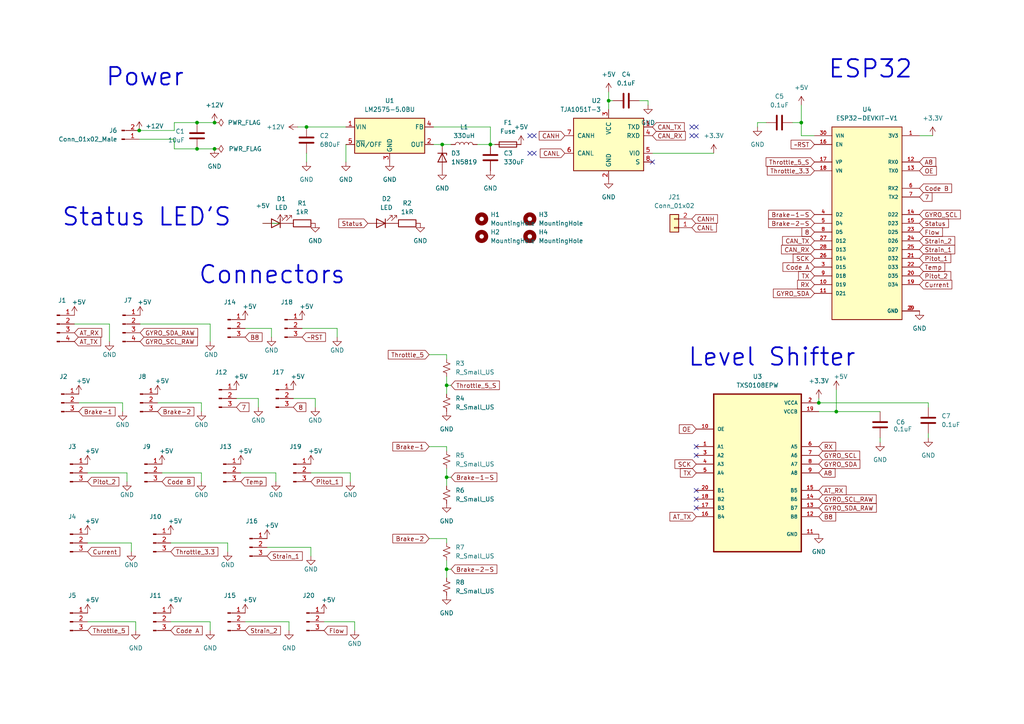
<source format=kicad_sch>
(kicad_sch (version 20231120) (generator "eeschema") (generator_version "8.0")
  (paper "A4")
  (lib_symbols
    (symbol "+3.3V_1" (power) (pin_numbers hide) (pin_names (offset 0) hide)
      (property "Value" "+3.3V" (at 0 3.556 0))
      (symbol "+3.3V_1_1_1"
        (pin power_in line (at 0 0 90) (length 0) (name "~") (number "1"))
      )
    )
    (symbol "Connector:Conn_01x02_Male" (pin_names (offset 1.016) hide)
      (property "Reference" "J" (at 0 2.54 0))
      (property "Value" "Conn_01x02_Male" (at 0 -5.08 0))
      (symbol "Conn_01x02_Male_1_1"
        (pin passive line (at 5.08 0 180) (length 3.81) (name "Pin_1") (number "1"))
        (pin passive line (at 5.08 -2.54 180) (length 3.81) (name "Pin_2") (number "2"))
      )
    )
    (symbol "Connector:Conn_01x03_Pin" (pin_names (offset 1.016) hide)
      (property "Reference" "J" (at 0 5.08 0))
      (property "Value" "Conn_01x03_Pin" (at 0 -5.08 0))
      (symbol "Conn_01x03_Pin_1_1"
        (pin passive line (at 5.08 2.54 180) (length 3.81) (name "Pin_1") (number "1"))
        (pin passive line (at 5.08 0 180) (length 3.81) (name "Pin_2") (number "2"))
        (pin passive line (at 5.08 -2.54 180) (length 3.81) (name "Pin_3") (number "3"))
      )
    )
    (symbol "Connector:Conn_01x04_Pin" (pin_names (offset 1.016) hide)
      (property "Reference" "J" (at 0 5.08 0))
      (property "Value" "Conn_01x04_Pin" (at 0 -7.62 0))
      (symbol "Conn_01x04_Pin_1_1"
        (pin passive line (at 5.08 2.54 180) (length 3.81) (name "Pin_1") (number "1"))
        (pin passive line (at 5.08 0 180) (length 3.81) (name "Pin_2") (number "2"))
        (pin passive line (at 5.08 -2.54 180) (length 3.81) (name "Pin_3") (number "3"))
        (pin passive line (at 5.08 -5.08 180) (length 3.81) (name "Pin_4") (number "4"))
      )
    )
    (symbol "Connector_Generic:Conn_01x02" (pin_names (offset 1.016) hide)
      (property "Reference" "J" (at 0 2.54 0))
      (property "Value" "Conn_01x02" (at 0 -5.08 0))
      (symbol "Conn_01x02_1_1"
        (pin passive line (at -5.08 0 0) (length 3.81) (name "Pin_1") (number "1"))
        (pin passive line (at -5.08 -2.54 0) (length 3.81) (name "Pin_2") (number "2"))
      )
    )
    (symbol "Device:C" (pin_numbers hide) (pin_names (offset 0.254))
      (property "Reference" "C" (at 0.635 2.54 0))
      (property "Value" "C" (at 0.635 -2.54 0))
      (symbol "C_1_1"
        (pin passive line (at 0 3.81 270) (length 2.794) (name "~") (number "1"))
        (pin passive line (at 0 -3.81 90) (length 2.794) (name "~") (number "2"))
      )
    )
    (symbol "Device:D_Zener" (pin_numbers hide) (pin_names (offset 1.016) hide)
      (property "Reference" "D" (at 0 2.54 0))
      (property "Value" "D_Zener" (at 0 -2.54 0))
      (symbol "D_Zener_1_1"
        (pin passive line (at -3.81 0 0) (length 2.54) (name "K") (number "1"))
        (pin passive line (at 3.81 0 180) (length 2.54) (name "A") (number "2"))
      )
    )
    (symbol "Device:Fuse" (pin_numbers hide) (pin_names (offset 0))
      (property "Reference" "F" (at 2.032 0 90))
      (property "Value" "Fuse" (at -1.905 0 90))
      (symbol "Fuse_1_1"
        (pin passive line (at 0 3.81 270) (length 1.27) (name "~") (number "1"))
        (pin passive line (at 0 -3.81 90) (length 1.27) (name "~") (number "2"))
      )
    )
    (symbol "Device:L" (pin_numbers hide) (pin_names (offset 1.016) hide)
      (property "Reference" "L" (at -1.27 0 90))
      (property "Value" "L" (at 1.905 0 90))
      (symbol "L_1_1"
        (pin passive line (at 0 3.81 270) (length 1.27) (name "1") (number "1"))
        (pin passive line (at 0 -3.81 90) (length 1.27) (name "2") (number "2"))
      )
    )
    (symbol "Device:LED" (pin_numbers hide) (pin_names (offset 1.016) hide)
      (property "Reference" "D" (at 0 2.54 0))
      (property "Value" "LED" (at 0 -2.54 0))
      (symbol "LED_1_1"
        (pin passive line (at -3.81 0 0) (length 2.54) (name "K") (number "1"))
        (pin passive line (at 3.81 0 180) (length 2.54) (name "A") (number "2"))
      )
    )
    (symbol "Device:R" (pin_numbers hide) (pin_names (offset 0))
      (property "Reference" "R" (at 2.032 0 90))
      (property "Value" "R" (at 0 0 90))
      (symbol "R_1_1"
        (pin passive line (at 0 3.81 270) (length 1.27) (name "~") (number "1"))
        (pin passive line (at 0 -3.81 90) (length 1.27) (name "~") (number "2"))
      )
    )
    (symbol "Device:R_Small_US" (pin_numbers hide) (pin_names (offset 0.254) hide)
      (property "Reference" "R" (at 0.762 0.508 0))
      (property "Value" "R_Small_US" (at 0.762 -1.016 0))
      (symbol "R_Small_US_1_1"
        (pin passive line (at 0 2.54 270) (length 1.016) (name "~") (number "1"))
        (pin passive line (at 0 -2.54 90) (length 1.016) (name "~") (number "2"))
      )
    )
    (symbol "ESP32-DEVKIT-V1:ESP32-DEVKIT-V1" (pin_names (offset 1.016))
      (property "Reference" "U" (at -10.16 30.48 0))
      (property "Value" "ESP32-DEVKIT-V1" (at -10.16 -30.48 0))
      (symbol "ESP32-DEVKIT-V1_0_0"
        (pin output line (at 15.24 25.4 180) (length 5.08) (name "3V3") (number "1"))
        (pin bidirectional line (at -15.24 -17.78 0) (length 5.08) (name "D19") (number "10"))
        (pin bidirectional line (at -15.24 -20.32 0) (length 5.08) (name "D21") (number "11"))
        (pin input line (at 15.24 17.78 180) (length 5.08) (name "RX0") (number "12"))
        (pin output line (at 15.24 15.24 180) (length 5.08) (name "TX0") (number "13"))
        (pin bidirectional line (at 15.24 2.54 180) (length 5.08) (name "D22") (number "14"))
        (pin bidirectional line (at 15.24 0 180) (length 5.08) (name "D23") (number "15"))
        (pin input line (at -15.24 22.86 0) (length 5.08) (name "EN") (number "16"))
        (pin bidirectional line (at -15.24 17.78 0) (length 5.08) (name "VP") (number "17"))
        (pin bidirectional line (at -15.24 15.24 0) (length 5.08) (name "VN") (number "18"))
        (pin bidirectional line (at 15.24 -17.78 180) (length 5.08) (name "D34") (number "19"))
        (pin power_in line (at 15.24 -25.4 180) (length 5.08) (name "GND") (number "2"))
        (pin bidirectional line (at 15.24 -15.24 180) (length 5.08) (name "D35") (number "20"))
        (pin bidirectional line (at 15.24 -10.16 180) (length 5.08) (name "D32") (number "21"))
        (pin bidirectional line (at 15.24 -12.7 180) (length 5.08) (name "D33") (number "22"))
        (pin bidirectional line (at 15.24 -2.54 180) (length 5.08) (name "D25") (number "23"))
        (pin bidirectional line (at 15.24 -5.08 180) (length 5.08) (name "D26") (number "24"))
        (pin bidirectional line (at 15.24 -7.62 180) (length 5.08) (name "D27") (number "25"))
        (pin bidirectional line (at -15.24 -10.16 0) (length 5.08) (name "D14") (number "26"))
        (pin bidirectional line (at -15.24 -5.08 0) (length 5.08) (name "D12") (number "27"))
        (pin bidirectional line (at -15.24 -7.62 0) (length 5.08) (name "D13") (number "28"))
        (pin power_in line (at 15.24 -25.4 180) (length 5.08) (name "GND") (number "29"))
        (pin bidirectional line (at -15.24 -12.7 0) (length 5.08) (name "D15") (number "3"))
        (pin input line (at -15.24 25.4 0) (length 5.08) (name "VIN") (number "30"))
        (pin bidirectional line (at -15.24 2.54 0) (length 5.08) (name "D2") (number "4"))
        (pin bidirectional line (at -15.24 0 0) (length 5.08) (name "D4") (number "5"))
        (pin input line (at 15.24 10.16 180) (length 5.08) (name "RX2") (number "6"))
        (pin output line (at 15.24 7.62 180) (length 5.08) (name "TX2") (number "7"))
        (pin bidirectional line (at -15.24 -2.54 0) (length 5.08) (name "D5") (number "8"))
        (pin bidirectional line (at -15.24 -15.24 0) (length 5.08) (name "D18") (number "9"))
      )
    )
    (symbol "Interface_CAN_LIN:TJA1051T-3" (pin_names (offset 1.016))
      (property "Reference" "U" (at -10.16 8.89 0))
      (property "Value" "TJA1051T-3" (at 1.27 8.89 0))
      (symbol "TJA1051T-3_1_1"
        (pin input line (at -12.7 5.08 0) (length 2.54) (name "TXD") (number "1"))
        (pin power_in line (at 0 -10.16 90) (length 2.54) (name "GND") (number "2"))
        (pin power_in line (at 0 10.16 270) (length 2.54) (name "VCC") (number "3"))
        (pin output line (at -12.7 2.54 0) (length 2.54) (name "RXD") (number "4"))
        (pin power_in line (at -12.7 -2.54 0) (length 2.54) (name "VIO") (number "5"))
        (pin bidirectional line (at 12.7 -2.54 180) (length 2.54) (name "CANL") (number "6"))
        (pin bidirectional line (at 12.7 2.54 180) (length 2.54) (name "CANH") (number "7"))
        (pin input line (at -12.7 -5.08 0) (length 2.54) (name "S") (number "8"))
      )
    )
    (symbol "Mechanical:MountingHole" (pin_names (offset 1.016)) (exclude_from_sim yes) (in_bom no)
      (property "Reference" "H" (at 0 5.08 0))
      (property "Value" "MountingHole" (at 0 3.175 0))
    )
    (symbol "Regulator_Switching:LM2575-5.0BU" (pin_names (offset 0.254))
      (property "Reference" "U" (at -10.16 6.35 0))
      (property "Value" "LM2575-5.0BU" (at 0 6.35 0))
      (symbol "LM2575-5.0BU_1_1"
        (pin power_in line (at -12.7 2.54 0) (length 2.54) (name "VIN") (number "1"))
        (pin output line (at 12.7 -2.54 180) (length 2.54) (name "OUT") (number "2"))
        (pin power_in line (at 0 -7.62 90) (length 2.54) (name "GND") (number "3"))
        (pin input line (at 12.7 2.54 180) (length 2.54) (name "FB") (number "4"))
        (pin input line (at -12.7 -2.54 0) (length 2.54) (name "~{ON}/OFF") (number "5"))
      )
    )
    (symbol "TXS0108EPW:TXS0108EPW" (pin_names (offset 1.016))
      (property "Reference" "U" (at -12.7 23.86 0))
      (property "Value" "TXS0108EPW" (at -12.7 -26.86 0))
      (symbol "TXS0108EPW_0_0"
        (pin bidirectional line (at -17.78 7.62 0) (length 5.08) (name "A1") (number "1"))
        (pin input line (at -17.78 12.7 0) (length 5.08) (name "OE") (number "10"))
        (pin power_in line (at 17.78 -17.78 180) (length 5.08) (name "GND") (number "11"))
        (pin bidirectional line (at 17.78 -12.7 180) (length 5.08) (name "B8") (number "12"))
        (pin bidirectional line (at 17.78 -10.16 180) (length 5.08) (name "B7") (number "13"))
        (pin bidirectional line (at 17.78 -7.62 180) (length 5.08) (name "B6") (number "14"))
        (pin bidirectional line (at 17.78 -5.08 180) (length 5.08) (name "B5") (number "15"))
        (pin bidirectional line (at -17.78 -12.7 0) (length 5.08) (name "B4") (number "16"))
        (pin bidirectional line (at -17.78 -10.16 0) (length 5.08) (name "B3") (number "17"))
        (pin bidirectional line (at -17.78 -7.62 0) (length 5.08) (name "B2") (number "18"))
        (pin power_in line (at 17.78 17.78 180) (length 5.08) (name "VCCB") (number "19"))
        (pin power_in line (at 17.78 20.32 180) (length 5.08) (name "VCCA") (number "2"))
        (pin bidirectional line (at -17.78 -5.08 0) (length 5.08) (name "B1") (number "20"))
        (pin bidirectional line (at -17.78 5.08 0) (length 5.08) (name "A2") (number "3"))
        (pin bidirectional line (at -17.78 2.54 0) (length 5.08) (name "A3") (number "4"))
        (pin bidirectional line (at -17.78 0 0) (length 5.08) (name "A4") (number "5"))
        (pin bidirectional line (at 17.78 7.62 180) (length 5.08) (name "A5") (number "6"))
        (pin bidirectional line (at 17.78 5.08 180) (length 5.08) (name "A6") (number "7"))
        (pin bidirectional line (at 17.78 2.54 180) (length 5.08) (name "A7") (number "8"))
        (pin bidirectional line (at 17.78 0 180) (length 5.08) (name "A8") (number "9"))
      )
    )
    (symbol "power:+3.3V" (power) (pin_names (offset 0))
      (property "Value" "+3.3V" (at 0 3.556 0))
      (symbol "+3.3V_1_1"
        (pin power_in line (at 0 0 90) (length 0) hide (name "+3.3V") (number "1"))
      )
    )
    (symbol "power:+5V" (power) (pin_names (offset 0))
      (property "Value" "+5V" (at 0 3.556 0))
      (symbol "+5V_1_1"
        (pin power_in line (at 0 0 90) (length 0) hide (name "+5V") (number "1"))
      )
    )
    (symbol "power:GND" (power) (pin_names (offset 0))
      (property "Value" "GND" (at 0 -3.81 0))
      (symbol "GND_1_1"
        (pin power_in line (at 0 0 270) (length 0) hide (name "GND") (number "1"))
      )
    )
    (symbol "power:PWR_FLAG" (power) (pin_numbers hide) (pin_names (offset 0) hide)
      (property "Value" "PWR_FLAG" (at 0 3.81 0))
      (symbol "PWR_FLAG_0_0"
        (pin power_out line (at 0 0 90) (length 0) (name "pwr") (number "1"))
      )
    )
  )
  (junction (at 128.27 41.91))
  (junction (at 88.9 36.83))
  (junction (at 62.23 43.18))
  (junction (at 57.15 43.18))
  (junction (at 242.57 119.38))
  (junction (at 232.41 35.56))
  (junction (at 57.15 35.56))
  (junction (at 62.23 35.56))
  (junction (at 40.386 37.846))
  (junction (at 129.54 165.1))
  (junction (at 129.54 138.43))
  (junction (at 176.53 29.21))
  (junction (at 237.49 116.84))
  (junction (at 129.54 111.76))
  (junction (at 142.24 41.91))
  (no_connect (at 201.93 144.78))
  (no_connect (at 200.66 39.37))
  (no_connect (at 201.93 129.54))
  (no_connect (at 200.66 36.83))
  (no_connect (at 153.67 39.37))
  (no_connect (at 153.67 44.45))
  (no_connect (at 154.94 39.37))
  (no_connect (at 201.93 147.32))
  (no_connect (at 189.23 46.99))
  (no_connect (at 201.93 39.37))
  (no_connect (at 201.93 132.08))
  (no_connect (at 201.93 142.24))
  (no_connect (at 154.94 44.45))
  (no_connect (at 201.93 36.83))
  (no_connect (at 313.69 46.99))
  (wire (pts (xy 50.546 40.386) (xy 40.386 40.386)))
  (wire (pts (xy 143.51 41.91) (xy 142.24 41.91)))
  (wire (pts (xy 237.49 119.38) (xy 242.57 119.38)))
  (wire (pts (xy 49.53 157.48) (xy 66.04 157.48)))
  (wire (pts (xy 39.37 180.34) (xy 39.37 182.88)))
  (wire (pts (xy 77.47 158.75) (xy 90.17 158.75)))
  (wire (pts (xy 35.56 116.84) (xy 35.56 119.38)))
  (wire (pts (xy 129.54 129.54) (xy 129.54 130.81)))
  (wire (pts (xy 22.86 116.84) (xy 35.56 116.84)))
  (wire (pts (xy 176.53 26.67) (xy 176.53 29.21)))
  (wire (pts (xy 129.54 111.76) (xy 130.81 111.76)))
  (wire (pts (xy 46.99 137.16) (xy 58.42 137.16)))
  (wire (pts (xy 21.59 93.98) (xy 31.75 93.98)))
  (wire (pts (xy 50.546 37.846) (xy 50.546 35.56)))
  (wire (pts (xy 93.98 180.34) (xy 102.87 180.34)))
  (wire (pts (xy 129.54 109.22) (xy 129.54 111.76)))
  (wire (pts (xy 83.82 180.34) (xy 83.82 182.88)))
  (wire (pts (xy 266.7 39.37) (xy 270.51 39.37)))
  (wire (pts (xy 86.36 36.83) (xy 88.9 36.83)))
  (wire (pts (xy 242.57 119.38) (xy 255.27 119.38)))
  (wire (pts (xy 85.09 115.57) (xy 91.44 115.57)))
  (wire (pts (xy 189.23 44.45) (xy 207.01 44.45)))
  (wire (pts (xy 50.546 35.56) (xy 57.15 35.56)))
  (wire (pts (xy 88.9 36.83) (xy 100.33 36.83)))
  (wire (pts (xy 80.01 137.16) (xy 80.01 139.7)))
  (wire (pts (xy 62.23 35.56) (xy 57.15 35.56)))
  (wire (pts (xy 101.6 137.16) (xy 101.6 139.7)))
  (wire (pts (xy 237.49 115.57) (xy 237.49 116.84)))
  (wire (pts (xy 49.53 180.34) (xy 60.96 180.34)))
  (wire (pts (xy 129.54 111.76) (xy 129.54 114.3)))
  (wire (pts (xy 60.96 180.34) (xy 60.96 182.88)))
  (wire (pts (xy 142.24 36.83) (xy 142.24 41.91)))
  (wire (pts (xy 185.42 29.21) (xy 187.96 29.21)))
  (wire (pts (xy 269.24 116.84) (xy 269.24 118.11)))
  (wire (pts (xy 60.96 93.98) (xy 60.96 99.06)))
  (wire (pts (xy 25.4 157.48) (xy 38.1 157.48)))
  (wire (pts (xy 71.12 95.25) (xy 78.74 95.25)))
  (wire (pts (xy 58.42 116.84) (xy 45.72 116.84)))
  (wire (pts (xy 255.27 127) (xy 255.27 128.27)))
  (wire (pts (xy 129.54 165.1) (xy 129.54 167.64)))
  (wire (pts (xy 232.41 35.56) (xy 232.41 39.37)))
  (wire (pts (xy 78.74 95.25) (xy 78.74 97.79)))
  (wire (pts (xy 176.53 29.21) (xy 177.8 29.21)))
  (wire (pts (xy 129.54 165.1) (xy 130.81 165.1)))
  (wire (pts (xy 124.46 156.21) (xy 129.54 156.21)))
  (wire (pts (xy 62.23 43.18) (xy 57.15 43.18)))
  (wire (pts (xy 25.4 137.16) (xy 36.83 137.16)))
  (wire (pts (xy 71.12 180.34) (xy 83.82 180.34)))
  (wire (pts (xy 58.42 119.38) (xy 58.42 116.84)))
  (wire (pts (xy 129.54 135.89) (xy 129.54 138.43)))
  (wire (pts (xy 129.54 138.43) (xy 130.81 138.43)))
  (wire (pts (xy 129.54 156.21) (xy 129.54 157.48)))
  (wire (pts (xy 129.54 162.56) (xy 129.54 165.1)))
  (wire (pts (xy 125.73 36.83) (xy 142.24 36.83)))
  (wire (pts (xy 232.41 39.37) (xy 236.22 39.37)))
  (wire (pts (xy 100.33 46.99) (xy 100.33 41.91)))
  (wire (pts (xy 128.27 41.91) (xy 125.73 41.91)))
  (wire (pts (xy 130.81 41.91) (xy 128.27 41.91)))
  (wire (pts (xy 66.04 157.48) (xy 66.04 160.02)))
  (wire (pts (xy 269.24 125.73) (xy 269.24 127)))
  (wire (pts (xy 58.42 137.16) (xy 58.42 139.7)))
  (wire (pts (xy 38.1 160.02) (xy 38.1 157.48)))
  (wire (pts (xy 142.24 41.91) (xy 138.43 41.91)))
  (wire (pts (xy 40.64 93.98) (xy 60.96 93.98)))
  (wire (pts (xy 74.93 115.57) (xy 74.93 118.11)))
  (wire (pts (xy 68.58 115.57) (xy 74.93 115.57)))
  (wire (pts (xy 90.17 158.75) (xy 90.17 161.29)))
  (wire (pts (xy 50.546 37.846) (xy 40.386 37.846)))
  (wire (pts (xy 129.54 138.43) (xy 129.54 140.97)))
  (wire (pts (xy 237.49 116.84) (xy 269.24 116.84)))
  (wire (pts (xy 232.41 30.48) (xy 232.41 35.56)))
  (wire (pts (xy 97.79 97.79) (xy 97.79 95.25)))
  (wire (pts (xy 222.25 35.56) (xy 219.71 35.56)))
  (wire (pts (xy 91.44 115.57) (xy 91.44 118.11)))
  (wire (pts (xy 187.96 29.21) (xy 187.96 30.48)))
  (wire (pts (xy 76.2 64.77) (xy 81.28 64.77)))
  (wire (pts (xy 57.15 43.18) (xy 50.546 43.18)))
  (wire (pts (xy 31.75 93.98) (xy 31.75 99.06)))
  (wire (pts (xy 242.57 113.03) (xy 242.57 119.38)))
  (wire (pts (xy 90.17 137.16) (xy 101.6 137.16)))
  (wire (pts (xy 88.9 46.99) (xy 88.9 44.45)))
  (wire (pts (xy 69.85 137.16) (xy 80.01 137.16)))
  (wire (pts (xy 129.54 102.87) (xy 129.54 104.14)))
  (wire (pts (xy 219.71 35.56) (xy 219.71 36.83)))
  (wire (pts (xy 87.63 95.25) (xy 97.79 95.25)))
  (wire (pts (xy 229.87 35.56) (xy 232.41 35.56)))
  (wire (pts (xy 124.46 102.87) (xy 129.54 102.87)))
  (wire (pts (xy 25.4 180.34) (xy 39.37 180.34)))
  (wire (pts (xy 176.53 29.21) (xy 176.53 31.75)))
  (wire (pts (xy 36.83 137.16) (xy 36.83 139.7)))
  (wire (pts (xy 102.87 180.34) (xy 102.87 182.88)))
  (wire (pts (xy 50.546 40.386) (xy 50.546 43.18)))
  (wire (pts (xy 124.46 129.54) (xy 129.54 129.54)))
  (text "Status LED'S" (at 17.78 66.04 0) (effects (font (size 5.08 5.08) (thickness 0.508) (bold yes)) (justify left bottom)))
  (text "Power\n" (at 30.48 25.4 0) (effects (font (size 5.08 5.08) (thickness 0.508) (bold yes)) (justify left bottom)))
  (text "Connectors\n" (at 57.404 82.804 0) (effects (font (size 5.08 5.08) (thickness 0.508) (bold yes)) (justify left bottom)))
  (text "ESP32" (at 240.03 23.114 0) (effects (font (size 5.08 5.08) (thickness 0.508) (bold yes)) (justify left bottom)))
  (text "Level Shifter" (at 199.39 106.68 0) (effects (font (size 5.08 5.08) (thickness 0.508) (bold yes)) (justify left bottom)))
  (global_label "Temp" (shape input) (at 266.7 77.47 0) (property "Intersheetrefs" "${INTERSHEET_REFS}" (effects (hide yes))))
  (global_label "Temp" (shape input) (at 69.85 139.7 0) (property "Intersheetrefs" "${INTERSHEET_REFS}" (effects (hide yes))))
  (global_label "Brake-1-S" (shape input) (at 236.22 62.23 180) (property "Intersheetrefs" "${INTERSHEET_REFS}" (effects (hide yes))))
  (global_label "Pitot_2" (shape input) (at 266.7 80.01 0) (property "Intersheetrefs" "${INTERSHEET_REFS}" (effects (hide yes))))
  (global_label "OE" (shape input) (at 201.93 124.46 180) (property "Intersheetrefs" "${INTERSHEET_REFS}" (effects (hide yes))))
  (global_label "AT_RX" (shape input) (at 21.59 96.52 0) (property "Intersheetrefs" "${INTERSHEET_REFS}" (effects (hide yes))))
  (global_label "8" (shape input) (at 85.09 118.11 0) (property "Intersheetrefs" "${INTERSHEET_REFS}" (effects (hide yes))))
  (global_label "Brake-2-S" (shape input) (at 236.22 64.77 180) (property "Intersheetrefs" "${INTERSHEET_REFS}" (effects (hide yes))))
  (global_label "GYRO_SCL" (shape input) (at 266.7 62.23 0) (property "Intersheetrefs" "${INTERSHEET_REFS}" (effects (hide yes))))
  (global_label "Brake-1" (shape input) (at 22.86 119.38 0) (property "Intersheetrefs" "${INTERSHEET_REFS}" (effects (hide yes))))
  (global_label "Flow" (shape input) (at 93.98 182.88 0) (property "Intersheetrefs" "${INTERSHEET_REFS}" (effects (hide yes))))
  (global_label "SCK" (shape input) (at 201.93 134.62 180) (property "Intersheetrefs" "${INTERSHEET_REFS}" (effects (hide yes))))
  (global_label "B8" (shape input) (at 71.12 97.79 0) (property "Intersheetrefs" "${INTERSHEET_REFS}" (effects (hide yes))))
  (global_label "RX" (shape input) (at 237.49 129.54 0) (property "Intersheetrefs" "${INTERSHEET_REFS}" (effects (hide yes))))
  (global_label "AT_TX" (shape input) (at 21.59 99.06 0) (property "Intersheetrefs" "${INTERSHEET_REFS}" (effects (hide yes))))
  (global_label "CANH" (shape input) (at 200.66 63.5 0) (property "Intersheetrefs" "${INTERSHEET_REFS}" (effects (hide yes))))
  (global_label "CANL" (shape input) (at 163.83 44.45 180) (property "Intersheetrefs" "${INTERSHEET_REFS}" (effects (hide yes))))
  (global_label "Current" (shape input) (at 25.4 160.02 0) (property "Intersheetrefs" "${INTERSHEET_REFS}" (effects (hide yes))))
  (global_label "~RST" (shape input) (at 236.22 41.91 180) (property "Intersheetrefs" "${INTERSHEET_REFS}" (effects (hide yes))))
  (global_label "Code B" (shape input) (at 266.7 54.61 0) (property "Intersheetrefs" "${INTERSHEET_REFS}" (effects (hide yes))))
  (global_label "Throttle_5_S" (shape input) (at 130.81 111.76 0) (property "Intersheetrefs" "${INTERSHEET_REFS}" (effects (hide yes))))
  (global_label "AT_TX" (shape input) (at 201.93 149.86 180) (property "Intersheetrefs" "${INTERSHEET_REFS}" (effects (hide yes))))
  (global_label "Flow" (shape input) (at 266.7 67.31 0) (property "Intersheetrefs" "${INTERSHEET_REFS}" (effects (hide yes))))
  (global_label "B8" (shape input) (at 237.49 149.86 0) (property "Intersheetrefs" "${INTERSHEET_REFS}" (effects (hide yes))))
  (global_label "~RST" (shape input) (at 87.63 97.79 0) (property "Intersheetrefs" "${INTERSHEET_REFS}" (effects (hide yes))))
  (global_label "GYRO_SDA_RAW" (shape input) (at 237.49 147.32 0) (property "Intersheetrefs" "${INTERSHEET_REFS}" (effects (hide yes))))
  (global_label "Current" (shape input) (at 266.7 82.55 0) (property "Intersheetrefs" "${INTERSHEET_REFS}" (effects (hide yes))))
  (global_label "8" (shape input) (at 236.22 67.31 180) (property "Intersheetrefs" "${INTERSHEET_REFS}" (effects (hide yes))))
  (global_label "OE" (shape input) (at 266.7 49.53 0) (property "Intersheetrefs" "${INTERSHEET_REFS}" (effects (hide yes))))
  (global_label "TX" (shape input) (at 236.22 80.01 180) (property "Intersheetrefs" "${INTERSHEET_REFS}" (effects (hide yes))))
  (global_label "GYRO_SDA" (shape input) (at 236.22 85.09 180) (property "Intersheetrefs" "${INTERSHEET_REFS}" (effects (hide yes))))
  (global_label "CANH" (shape input) (at 163.83 39.37 180) (property "Intersheetrefs" "${INTERSHEET_REFS}" (effects (hide yes))))
  (global_label "CAN_RX" (shape input) (at 189.23 39.37 0) (property "Intersheetrefs" "${INTERSHEET_REFS}" (effects (hide yes))))
  (global_label "Brake-2-S" (shape input) (at 130.81 165.1 0) (property "Intersheetrefs" "${INTERSHEET_REFS}" (effects (hide yes))))
  (global_label "GYRO_SCL" (shape input) (at 237.49 132.08 0) (property "Intersheetrefs" "${INTERSHEET_REFS}" (effects (hide yes))))
  (global_label "Strain_2" (shape input) (at 71.12 182.88 0) (property "Intersheetrefs" "${INTERSHEET_REFS}" (effects (hide yes))))
  (global_label "Throttle_3.3" (shape input) (at 49.53 160.02 0) (property "Intersheetrefs" "${INTERSHEET_REFS}" (effects (hide yes))))
  (global_label "Pitot_2" (shape input) (at 25.4 139.7 0) (property "Intersheetrefs" "${INTERSHEET_REFS}" (effects (hide yes))))
  (global_label "SCK" (shape input) (at 236.22 74.93 180) (property "Intersheetrefs" "${INTERSHEET_REFS}" (effects (hide yes))))
  (global_label "CAN_TX" (shape input) (at 189.23 36.83 0) (property "Intersheetrefs" "${INTERSHEET_REFS}" (effects (hide yes))))
  (global_label "Pitot_1" (shape input) (at 266.7 74.93 0) (property "Intersheetrefs" "${INTERSHEET_REFS}" (effects (hide yes))))
  (global_label "Code A" (shape input) (at 49.53 182.88 0) (property "Intersheetrefs" "${INTERSHEET_REFS}" (effects (hide yes))))
  (global_label "Throttle_5" (shape input) (at 124.46 102.87 180) (property "Intersheetrefs" "${INTERSHEET_REFS}" (effects (hide yes))))
  (global_label "Brake-1-S" (shape input) (at 130.81 138.43 0) (property "Intersheetrefs" "${INTERSHEET_REFS}" (effects (hide yes))))
  (global_label "Code A" (shape input) (at 236.22 77.47 180) (property "Intersheetrefs" "${INTERSHEET_REFS}" (effects (hide yes))))
  (global_label "CAN_RX" (shape input) (at 236.22 72.39 180) (property "Intersheetrefs" "${INTERSHEET_REFS}" (effects (hide yes))))
  (global_label "7" (shape input) (at 266.7 57.15 0) (property "Intersheetrefs" "${INTERSHEET_REFS}" (effects (hide yes))))
  (global_label "Throttle_5" (shape input) (at 25.4 182.88 0) (property "Intersheetrefs" "${INTERSHEET_REFS}" (effects (hide yes))))
  (global_label "A8" (shape input) (at 237.49 137.16 0) (property "Intersheetrefs" "${INTERSHEET_REFS}" (effects (hide yes))))
  (global_label "CAN_TX" (shape input) (at 236.22 69.85 180) (property "Intersheetrefs" "${INTERSHEET_REFS}" (effects (hide yes))))
  (global_label "Brake-1" (shape input) (at 124.46 129.54 180) (property "Intersheetrefs" "${INTERSHEET_REFS}" (effects (hide yes))))
  (global_label "GYRO_SDA_RAW" (shape input) (at 40.64 96.52 0) (property "Intersheetrefs" "${INTERSHEET_REFS}" (effects (hide yes))))
  (global_label "AT_RX" (shape input) (at 237.49 142.24 0) (property "Intersheetrefs" "${INTERSHEET_REFS}" (effects (hide yes))))
  (global_label "Brake-2" (shape input) (at 45.72 119.38 0) (property "Intersheetrefs" "${INTERSHEET_REFS}" (effects (hide yes))))
  (global_label "RX" (shape input) (at 236.22 82.55 180) (property "Intersheetrefs" "${INTERSHEET_REFS}" (effects (hide yes))))
  (global_label "GYRO_SCL_RAW" (shape input) (at 237.49 144.78 0) (property "Intersheetrefs" "${INTERSHEET_REFS}" (effects (hide yes))))
  (global_label "Throttle_3.3" (shape input) (at 236.22 49.53 180) (property "Intersheetrefs" "${INTERSHEET_REFS}" (effects (hide yes))))
  (global_label "CANL" (shape input) (at 200.66 66.04 0) (property "Intersheetrefs" "${INTERSHEET_REFS}" (effects (hide yes))))
  (global_label "Pitot_1" (shape input) (at 90.17 139.7 0) (property "Intersheetrefs" "${INTERSHEET_REFS}" (effects (hide yes))))
  (global_label "Strain_1" (shape input) (at 266.7 72.39 0) (property "Intersheetrefs" "${INTERSHEET_REFS}" (effects (hide yes))))
  (global_label "GYRO_SDA" (shape input) (at 237.49 134.62 0) (property "Intersheetrefs" "${INTERSHEET_REFS}" (effects (hide yes))))
  (global_label "Brake-2" (shape input) (at 124.46 156.21 180) (property "Intersheetrefs" "${INTERSHEET_REFS}" (effects (hide yes))))
  (global_label "Code B" (shape input) (at 46.99 139.7 0) (property "Intersheetrefs" "${INTERSHEET_REFS}" (effects (hide yes))))
  (global_label "Strain_2" (shape input) (at 266.7 69.85 0) (property "Intersheetrefs" "${INTERSHEET_REFS}" (effects (hide yes))))
  (global_label "TX" (shape input) (at 201.93 137.16 180) (property "Intersheetrefs" "${INTERSHEET_REFS}" (effects (hide yes))))
  (global_label "Strain_1" (shape input) (at 77.47 161.29 0) (property "Intersheetrefs" "${INTERSHEET_REFS}" (effects (hide yes))))
  (global_label "7" (shape input) (at 68.58 118.11 0) (property "Intersheetrefs" "${INTERSHEET_REFS}" (effects (hide yes))))
  (global_label "Status" (shape input) (at 266.7 64.77 0) (property "Intersheetrefs" "${INTERSHEET_REFS}" (effects (hide yes))))
  (global_label "Throttle_5_S" (shape input) (at 236.22 46.99 180) (property "Intersheetrefs" "${INTERSHEET_REFS}" (effects (hide yes))))
  (global_label "GYRO_SCL_RAW" (shape input) (at 40.64 99.06 0) (property "Intersheetrefs" "${INTERSHEET_REFS}" (effects (hide yes))))
  (global_label "A8" (shape input) (at 266.7 46.99 0) (property "Intersheetrefs" "${INTERSHEET_REFS}" (effects (hide yes))))
  (global_label "Status" (shape input) (at 106.68 64.77 180) (property "Intersheetrefs" "${INTERSHEET_REFS}" (effects (hide yes))))
  (symbol (lib_id "Mechanical:MountingHole") (at 139.7 63.5 0) (unit 1) (exclude_from_sim yes) (in_bom no)
    (property "Reference" "H1" (at 142.24 62.2299 0) (effects (justify left)))
    (property "Value" "MountingHole" (at 142.24 64.7699 0) (effects (justify left)))
    (property "Footprint" "MountingHole:MountingHole_3.2mm_M3" (effects (hide yes)))
    (property "Description" "Mounting Hole without connection" (effects (hide yes)))
  )
  (symbol (lib_id "power:+5V") (at 21.59 91.44 0) (unit 1)
    (property "Reference" "#PWR01" (effects (hide yes)))
    (property "Value" "+5V" (at 22.86 87.63 0))
  )
  (symbol (lib_id "power:GND") (at 100.33 46.99 0) (mirror y) (unit 1)
    (property "Reference" "#PWR044" (effects (hide yes)))
    (property "Value" "GND" (at 100.33 52.07 0))
  )
  (symbol (lib_id "power:GND") (at 142.24 49.53 0) (mirror y) (unit 1)
    (property "Reference" "#PWR053" (effects (hide yes)))
    (property "Value" "GND" (at 142.24 54.61 0))
  )
  (symbol (lib_id "ESP32-DEVKIT-V1:ESP32-DEVKIT-V1") (at 251.46 64.77 0) (unit 1)
    (property "Reference" "U4" (at 251.46 31.75 0))
    (property "Value" "ESP32-DEVKIT-V1" (at 251.46 34.29 0))
    (property "Footprint" "ESP32_DEVKIT_V1:MODULE_ESP32_DEVKIT_V1" (effects (hide yes)))
    (property "MANUFACTURER" "DOIT" (effects (hide yes)))
    (property "STANDARD" "Manufacturer Recommendations" (effects (hide yes)))
    (property "PARTREV" "N/A" (effects (hide yes)))
    (property "MAXIMUM_PACKAGE_HEIGHT" "6.8 mm" (effects (hide yes)))
  )
  (symbol (lib_id "power:GND") (at 80.01 139.7 0) (unit 1)
    (property "Reference" "#PWR031" (effects (hide yes)))
    (property "Value" "GND" (at 80.01 143.51 0))
  )
  (symbol (lib_id "Connector:Conn_01x03_Pin") (at 64.77 137.16 0) (unit 1)
    (property "Reference" "J13" (at 65.405 129.54 0))
    (property "Value" "Conn_01x03_Pin" (effects (hide yes)))
    (property "Footprint" "Connector_JST:JST_XH_B3B-XH-A_1x03_P2.50mm_Vertical" (effects (hide yes)))
    (property "Description" "Generic connector, single row, 01x03, script generated" (effects (hide yes)))
  )
  (symbol (lib_id "power:+5V") (at 40.386 37.846 0) (mirror y) (unit 1)
    (property "Reference" "#PWR011" (effects (hide yes)))
    (property "Value" "+12V" (at 42.164 36.5759 0) (effects (justify right)))
  )
  (symbol (lib_name "+3.3V_1") (lib_id "power:+3.3V") (at 270.51 39.37 0) (unit 1)
    (property "Reference" "#PWR069" (effects (hide yes)))
    (property "Value" "+3.3V" (at 270.51 34.29 0))
    (property "Description" "Power symbol creates a global label with name \"+3.3V\"" (effects (hide yes)))
  )
  (symbol (lib_id "power:+5V") (at 49.53 177.8 0) (unit 1)
    (property "Reference" "#PWR016" (effects (hide yes)))
    (property "Value" "+5V" (at 50.8 173.99 0))
  )
  (symbol (lib_id "power:+5V") (at 25.4 134.62 0) (unit 1)
    (property "Reference" "#PWR03" (effects (hide yes)))
    (property "Value" "+5V" (at 26.67 130.81 0))
  )
  (symbol (lib_id "power:GND") (at 101.6 139.7 0) (unit 1)
    (property "Reference" "#PWR045" (effects (hide yes)))
    (property "Value" "GND" (at 101.6 143.51 0))
  )
  (symbol (lib_id "power:GND") (at 129.54 172.72 0) (unit 1)
    (property "Reference" "#PWR052" (effects (hide yes)))
    (property "Value" "GND" (at 129.54 177.8 0))
  )
  (symbol (lib_id "power:+5V") (at 25.4 154.94 0) (unit 1)
    (property "Reference" "#PWR04" (effects (hide yes)))
    (property "Value" "+5V" (at 26.67 151.13 0))
  )
  (symbol (lib_id "Connector:Conn_01x03_Pin") (at 44.45 180.34 0) (unit 1)
    (property "Reference" "J11" (at 45.085 172.72 0))
    (property "Value" "Conn_01x03_Pin" (effects (hide yes)))
    (property "Footprint" "Connector_JST:JST_XH_B3B-XH-A_1x03_P2.50mm_Vertical" (effects (hide yes)))
    (property "Description" "Generic connector, single row, 01x03, script generated" (effects (hide yes)))
  )
  (symbol (lib_id "power:GND") (at 187.96 30.48 0) (unit 1)
    (property "Reference" "#PWR057" (effects (hide yes)))
    (property "Value" "GND" (at 187.96 35.56 0))
  )
  (symbol (lib_id "Regulator_Switching:LM2575-5.0BU") (at 113.03 39.37 0) (unit 1)
    (property "Reference" "U1" (at 113.03 29.21 0))
    (property "Value" "LM2575-5.0BU" (at 113.03 31.75 0))
    (property "Footprint" "Package_TO_SOT_SMD:TO-263-5_TabPin3" (effects (hide yes)))
    (property "Datasheet" "http://ww1.microchip.com/downloads/en/DeviceDoc/lm2575.pdf" (effects (hide yes)))
    (property "Description" "Fixed 5.0V 52kHz Simple 1A Buck Regulator, TO-263" (effects (hide yes)))
  )
  (symbol (lib_id "Device:C") (at 142.24 45.72 0) (unit 1)
    (property "Reference" "C3" (at 146.05 44.4499 0) (effects (justify left)))
    (property "Value" "330uF" (at 146.05 46.9899 0) (effects (justify left)))
    (property "Footprint" "RMC_Capacitor:CP_Radial_D10.0mm_P5.00mm_F" (effects (hide yes)))
    (property "Description" "Unpolarized capacitor" (effects (hide yes)))
  )
  (symbol (lib_id "power:GND") (at 266.7 90.17 0) (unit 1)
    (property "Reference" "#PWR067" (effects (hide yes)))
    (property "Value" "GND" (at 266.7 95.25 0))
  )
  (symbol (lib_id "power:GND") (at 39.37 182.88 0) (unit 1)
    (property "Reference" "#PWR010" (effects (hide yes)))
    (property "Value" "GND" (at 39.37 187.96 0))
  )
  (symbol (lib_id "power:+5V") (at 45.72 114.3 0) (unit 1)
    (property "Reference" "#PWR013" (effects (hide yes)))
    (property "Value" "+5V" (at 46.99 110.49 0))
  )
  (symbol (lib_id "power:+5V") (at 242.57 113.03 0) (unit 1)
    (property "Reference" "#PWR065" (effects (hide yes)))
    (property "Value" "+5V" (at 243.84 109.22 0))
  )
  (symbol (lib_id "Connector:Conn_01x02_Male") (at 35.306 40.386 0) (mirror x) (unit 1)
    (property "Reference" "J6" (at 34.036 37.8459 0) (effects (justify right)))
    (property "Value" "Conn_01x02_Male" (at 34.036 40.3859 0) (effects (justify right)))
    (property "Footprint" "Connector_JST:JST_VH_B2P-VH_1x02_P3.96mm_Vertical" (effects (hide yes)))
  )
  (symbol (lib_id "power:GND") (at 78.74 97.79 0) (unit 1)
    (property "Reference" "#PWR030" (effects (hide yes)))
    (property "Value" "GND" (at 78.74 101.6 0))
  )
  (symbol (lib_id "power:GND") (at 58.42 139.7 0) (unit 1)
    (property "Reference" "#PWR018" (effects (hide yes)))
    (property "Value" "GND" (at 58.42 143.51 0))
  )
  (symbol (lib_id "power:GND") (at 91.44 64.77 0) (unit 1)
    (property "Reference" "#PWR040" (effects (hide yes)))
    (property "Value" "GND" (at 91.44 69.85 0))
  )
  (symbol (lib_id "power:GND") (at 66.04 160.02 0) (unit 1)
    (property "Reference" "#PWR023" (effects (hide yes)))
    (property "Value" "GND" (at 66.04 163.83 0))
  )
  (symbol (lib_id "Mechanical:MountingHole") (at 139.7 68.58 0) (unit 1) (exclude_from_sim yes) (in_bom no)
    (property "Reference" "H2" (at 142.24 67.3099 0) (effects (justify left)))
    (property "Value" "MountingHole" (at 142.24 69.8499 0) (effects (justify left)))
    (property "Footprint" "MountingHole:MountingHole_3.2mm_M3" (effects (hide yes)))
    (property "Description" "Mounting Hole without connection" (effects (hide yes)))
  )
  (symbol (lib_id "Connector:Conn_01x03_Pin") (at 20.32 157.48 0) (unit 1)
    (property "Reference" "J4" (at 20.955 149.86 0))
    (property "Value" "Conn_01x03_Pin" (effects (hide yes)))
    (property "Footprint" "Connector_JST:JST_XH_B3B-XH-A_1x03_P2.50mm_Vertical" (effects (hide yes)))
    (property "Description" "Generic connector, single row, 01x03, script generated" (effects (hide yes)))
  )
  (symbol (lib_id "Device:C") (at 269.24 121.92 180) (unit 1)
    (property "Reference" "C7" (at 273.05 120.6499 0) (effects (justify right)))
    (property "Value" "0.1uF" (at 273.05 123.1899 0) (effects (justify right)))
    (property "Footprint" "RMC_Capacitor:C_0805_2012Metric_Pad1.18x1.45mm_HandSolder_L" (effects (hide yes)))
    (property "Description" "Unpolarized capacitor" (effects (hide yes)))
  )
  (symbol (lib_id "power:+5V") (at 69.85 134.62 0) (unit 1)
    (property "Reference" "#PWR025" (effects (hide yes)))
    (property "Value" "+5V" (at 71.12 130.81 0))
  )
  (symbol (lib_id "power:+5V") (at 22.86 114.3 0) (unit 1)
    (property "Reference" "#PWR02" (effects (hide yes)))
    (property "Value" "+5V" (at 24.13 110.49 0))
  )
  (symbol (lib_id "power:GND") (at 128.27 49.53 0) (mirror y) (unit 1)
    (property "Reference" "#PWR049" (effects (hide yes)))
    (property "Value" "GND" (at 128.27 54.61 0))
  )
  (symbol (lib_id "Device:R_Small_US") (at 129.54 116.84 0) (unit 1)
    (property "Reference" "R4" (at 132.08 115.5699 0) (effects (justify left)))
    (property "Value" "R_Small_US" (at 132.08 118.1099 0) (effects (justify left)))
    (property "Footprint" "RMC_Resistor:R_0805_2012Metric_Pad1.20x1.40mm_HandSolder_L" (effects (hide yes)))
  )
  (symbol (lib_id "Device:R_Small_US") (at 129.54 133.35 0) (unit 1)
    (property "Reference" "R5" (at 132.08 132.0799 0) (effects (justify left)))
    (property "Value" "R_Small_US" (at 132.08 134.6199 0) (effects (justify left)))
    (property "Footprint" "RMC_Resistor:R_0805_2012Metric_Pad1.20x1.40mm_HandSolder_L" (effects (hide yes)))
  )
  (symbol (lib_id "Device:R_Small_US") (at 129.54 106.68 0) (unit 1)
    (property "Reference" "R3" (at 132.08 105.4099 0) (effects (justify left)))
    (property "Value" "R_Small_US" (at 132.08 107.9499 0) (effects (justify left)))
    (property "Footprint" "RMC_Resistor:R_0805_2012Metric_Pad1.20x1.40mm_HandSolder_L" (effects (hide yes)))
  )
  (symbol (lib_id "power:+5V") (at 40.64 91.44 0) (unit 1)
    (property "Reference" "#PWR012" (effects (hide yes)))
    (property "Value" "+5V" (at 41.91 87.63 0))
  )
  (symbol (lib_id "power:+5V") (at 62.23 35.56 0) (mirror y) (unit 1)
    (property "Reference" "#PWR021" (effects (hide yes)))
    (property "Value" "+12V" (at 62.23 30.48 0))
  )
  (symbol (lib_id "power:+5V") (at 68.58 113.03 0) (unit 1)
    (property "Reference" "#PWR024" (effects (hide yes)))
    (property "Value" "+5V" (at 69.85 109.22 0))
  )
  (symbol (lib_id "Connector_Generic:Conn_01x02") (at 195.58 66.04 180) (unit 1)
    (property "Reference" "J21" (at 195.58 57.15 0))
    (property "Value" "Conn_01x02" (at 195.58 59.69 0))
    (property "Footprint" "Connector_JST:JST_XH_B2B-XH-A_1x02_P2.50mm_Vertical" (effects (hide yes)))
    (property "Description" "Generic connector, single row, 01x02, script generated (kicad-library-utils/schlib/autogen/connector/)" (effects (hide yes)))
  )
  (symbol (lib_id "power:GND") (at 129.54 119.38 0) (unit 1)
    (property "Reference" "#PWR050" (effects (hide yes)))
    (property "Value" "GND" (at 129.54 124.46 0))
  )
  (symbol (lib_id "power:GND") (at 36.83 139.7 0) (unit 1)
    (property "Reference" "#PWR08" (effects (hide yes)))
    (property "Value" "GND" (at 36.83 143.51 0))
  )
  (symbol (lib_id "Connector:Conn_01x03_Pin") (at 72.39 158.75 0) (unit 1)
    (property "Reference" "J16" (at 73.025 151.13 0))
    (property "Value" "Conn_01x03_Pin" (effects (hide yes)))
    (property "Footprint" "Connector_JST:JST_XH_B3B-XH-A_1x03_P2.50mm_Vertical" (effects (hide yes)))
    (property "Description" "Generic connector, single row, 01x03, script generated" (effects (hide yes)))
  )
  (symbol (lib_id "power:+5V") (at 49.53 154.94 0) (unit 1)
    (property "Reference" "#PWR015" (effects (hide yes)))
    (property "Value" "+5V" (at 50.8 151.13 0))
  )
  (symbol (lib_id "Interface_CAN_LIN:TJA1051T-3") (at 176.53 41.91 0) (mirror y) (unit 1)
    (property "Reference" "U2" (at 174.3359 29.21 0) (effects (justify left)))
    (property "Value" "TJA1051T-3" (at 174.3359 31.75 0) (effects (justify left)))
    (property "Footprint" "Package_SO:SOIC-8_3.9x4.9mm_P1.27mm" (effects (hide yes)))
    (property "Datasheet" "http://www.nxp.com/docs/en/data-sheet/TJA1051.pdf" (effects (hide yes)))
    (property "Description" "High-Speed CAN Transceiver, separate VIO, silent mode, SOIC-8" (effects (hide yes)))
  )
  (symbol (lib_id "Device:R") (at 118.11 64.77 270) (unit 1)
    (property "Reference" "R2" (at 118.11 58.928 90))
    (property "Value" "1kR" (at 118.11 61.468 90))
    (property "Footprint" "RMC_Resistor:R_0805_2012Metric_Pad1.20x1.40mm_HandSolder_L" (effects (hide yes)))
  )
  (symbol (lib_id "power:GND") (at 129.54 146.05 0) (unit 1)
    (property "Reference" "#PWR051" (effects (hide yes)))
    (property "Value" "GND" (at 129.54 151.13 0))
  )
  (symbol (lib_id "Device:R_Small_US") (at 129.54 143.51 0) (unit 1)
    (property "Reference" "R6" (at 132.08 142.2399 0) (effects (justify left)))
    (property "Value" "R_Small_US" (at 132.08 144.7799 0) (effects (justify left)))
    (property "Footprint" "RMC_Resistor:R_0805_2012Metric_Pad1.20x1.40mm_HandSolder_L" (effects (hide yes)))
  )
  (symbol (lib_id "Connector:Conn_01x03_Pin") (at 40.64 116.84 0) (unit 1)
    (property "Reference" "J8" (at 41.275 109.22 0))
    (property "Value" "Conn_01x03_Pin" (effects (hide yes)))
    (property "Footprint" "Connector_JST:JST_XH_B3B-XH-A_1x03_P2.50mm_Vertical" (effects (hide yes)))
    (property "Description" "Generic connector, single row, 01x03, script generated" (effects (hide yes)))
  )
  (symbol (lib_id "Device:C") (at 181.61 29.21 90) (unit 1)
    (property "Reference" "C4" (at 181.61 21.59 90))
    (property "Value" "0.1uF" (at 181.61 24.13 90))
    (property "Footprint" "RMC_Capacitor:C_0805_2012Metric_Pad1.18x1.45mm_HandSolder_L" (effects (hide yes)))
    (property "Description" "Unpolarized capacitor" (effects (hide yes)))
  )
  (symbol (lib_id "Device:R_Small_US") (at 129.54 160.02 0) (unit 1)
    (property "Reference" "R7" (at 132.08 158.7499 0) (effects (justify left)))
    (property "Value" "R_Small_US" (at 132.08 161.2899 0) (effects (justify left)))
    (property "Footprint" "RMC_Resistor:R_0805_2012Metric_Pad1.20x1.40mm_HandSolder_L" (effects (hide yes)))
  )
  (symbol (lib_id "power:GND") (at 121.92 64.77 0) (unit 1)
    (property "Reference" "#PWR048" (effects (hide yes)))
    (property "Value" "GND" (at 121.92 69.85 0))
  )
  (symbol (lib_id "Device:D_Zener") (at 128.27 45.72 270) (unit 1)
    (property "Reference" "D3" (at 130.81 44.4499 90) (effects (justify left)))
    (property "Value" "1N5819" (at 130.81 46.9899 90) (effects (justify left)))
    (property "Footprint" "Diode_SMD:D_SMA_Handsoldering" (effects (hide yes)))
    (property "Description" "Zener diode" (effects (hide yes)))
  )
  (symbol (lib_id "power:PWR_FLAG") (at 62.23 43.18 270) (mirror x) (unit 1)
    (property "Reference" "#FLG02" (effects (hide yes)))
    (property "Value" "PWR_FLAG" (at 71.12 43.18 90))
  )
  (symbol (lib_id "Connector:Conn_01x03_Pin") (at 20.32 180.34 0) (unit 1)
    (property "Reference" "J5" (at 20.955 172.72 0))
    (property "Value" "Conn_01x03_Pin" (effects (hide yes)))
    (property "Footprint" "Connector_JST:JST_XH_B3B-XH-A_1x03_P2.50mm_Vertical" (effects (hide yes)))
    (property "Description" "Generic connector, single row, 01x03, script generated" (effects (hide yes)))
  )
  (symbol (lib_id "power:GND") (at 219.71 36.83 0) (mirror y) (unit 1)
    (property "Reference" "#PWR061" (effects (hide yes)))
    (property "Value" "GND" (at 219.71 41.91 0))
  )
  (symbol (lib_id "power:+5V") (at 46.99 134.62 0) (unit 1)
    (property "Reference" "#PWR014" (effects (hide yes)))
    (property "Value" "+5V" (at 48.26 130.81 0))
  )
  (symbol (lib_id "Mechanical:MountingHole") (at 153.67 68.58 0) (unit 1) (exclude_from_sim yes) (in_bom no)
    (property "Reference" "H4" (at 156.21 67.3099 0) (effects (justify left)))
    (property "Value" "MountingHole" (at 156.21 69.8499 0) (effects (justify left)))
    (property "Footprint" "MountingHole:MountingHole_3.2mm_M3" (effects (hide yes)))
    (property "Description" "Mounting Hole without connection" (effects (hide yes)))
  )
  (symbol (lib_id "power:GND") (at 83.82 182.88 0) (unit 1)
    (property "Reference" "#PWR033" (effects (hide yes)))
    (property "Value" "GND" (at 83.82 187.96 0))
  )
  (symbol (lib_id "power:+5V") (at 90.17 134.62 0) (unit 1)
    (property "Reference" "#PWR038" (effects (hide yes)))
    (property "Value" "+5V" (at 91.44 130.81 0))
  )
  (symbol (lib_id "Device:C") (at 57.15 39.37 0) (mirror y) (unit 1)
    (property "Reference" "C1" (at 53.594 38.0999 0) (effects (justify left)))
    (property "Value" "10uF" (at 53.594 40.6399 0) (effects (justify left)))
    (property "Footprint" "RMC_Capacitor:C_0805_2012Metric_Pad1.18x1.45mm_HandSolder_L" (effects (hide yes)))
  )
  (symbol (lib_id "power:+5V") (at 176.53 26.67 0) (unit 1)
    (property "Reference" "#PWR055" (effects (hide yes)))
    (property "Value" "+5V" (at 176.53 21.59 0))
  )
  (symbol (lib_id "power:GND") (at 31.75 99.06 0) (unit 1)
    (property "Reference" "#PWR06" (effects (hide yes)))
    (property "Value" "GND" (at 31.75 102.87 0))
  )
  (symbol (lib_id "Connector:Conn_01x03_Pin") (at 66.04 180.34 0) (unit 1)
    (property "Reference" "J15" (at 66.675 172.72 0))
    (property "Value" "Conn_01x03_Pin" (effects (hide yes)))
    (property "Footprint" "Connector_JST:JST_XH_B3B-XH-A_1x03_P2.50mm_Vertical" (effects (hide yes)))
    (property "Description" "Generic connector, single row, 01x03, script generated" (effects (hide yes)))
  )
  (symbol (lib_id "Connector:Conn_01x03_Pin") (at 66.04 95.25 0) (unit 1)
    (property "Reference" "J14" (at 66.675 87.63 0))
    (property "Value" "Conn_01x03_Pin" (effects (hide yes)))
    (property "Footprint" "Connector_JST:JST_XH_B3B-XH-A_1x03_P2.50mm_Vertical" (effects (hide yes)))
    (property "Description" "Generic connector, single row, 01x03, script generated" (effects (hide yes)))
  )
  (symbol (lib_id "Device:C") (at 255.27 123.19 180) (unit 1)
    (property "Reference" "C6" (at 259.842 122.428 0) (effects (justify right)))
    (property "Value" "0.1uF" (at 259.08 124.4599 0) (effects (justify right)))
    (property "Footprint" "RMC_Capacitor:C_0805_2012Metric_Pad1.18x1.45mm_HandSolder_L" (effects (hide yes)))
    (property "Description" "Unpolarized capacitor" (effects (hide yes)))
  )
  (symbol (lib_id "power:+5V") (at 232.41 30.48 0) (unit 1)
    (property "Reference" "#PWR062" (effects (hide yes)))
    (property "Value" "+5V" (at 232.41 25.4 0))
  )
  (symbol (lib_id "Device:L") (at 134.62 41.91 90) (unit 1)
    (property "Reference" "L1" (at 134.62 36.83 90))
    (property "Value" "330uH" (at 134.62 39.37 90))
    (property "Footprint" "RMC_Inductor:L_10.4x10.4_H4.8" (effects (hide yes)))
    (property "Description" "Inductor" (effects (hide yes)))
  )
  (symbol (lib_id "power:+5V") (at 71.12 92.71 0) (unit 1)
    (property "Reference" "#PWR026" (effects (hide yes)))
    (property "Value" "+5V" (at 72.39 88.9 0))
  )
  (symbol (lib_id "power:GND") (at 88.9 46.99 0) (mirror y) (unit 1)
    (property "Reference" "#PWR037" (effects (hide yes)))
    (property "Value" "GND" (at 88.9 52.07 0))
  )
  (symbol (lib_id "power:GND") (at 58.42 119.38 0) (unit 1)
    (property "Reference" "#PWR017" (effects (hide yes)))
    (property "Value" "GND" (at 58.42 123.19 0))
  )
  (symbol (lib_id "Connector:Conn_01x03_Pin") (at 80.01 115.57 0) (unit 1)
    (property "Reference" "J17" (at 80.645 107.95 0))
    (property "Value" "Conn_01x03_Pin" (effects (hide yes)))
    (property "Footprint" "Connector_JST:JST_XH_B3B-XH-A_1x03_P2.50mm_Vertical" (effects (hide yes)))
    (property "Description" "Generic connector, single row, 01x03, script generated" (effects (hide yes)))
  )
  (symbol (lib_id "Device:R") (at 87.63 64.77 270) (unit 1)
    (property "Reference" "R1" (at 87.63 58.928 90))
    (property "Value" "1kR" (at 87.63 61.468 90))
    (property "Footprint" "RMC_Resistor:R_0805_2012Metric_Pad1.20x1.40mm_HandSolder_L" (effects (hide yes)))
  )
  (symbol (lib_id "power:+5V") (at 81.28 64.77 0) (unit 1)
    (property "Reference" "#PWR032" (effects (hide yes)))
    (property "Value" "+5V" (at 76.2 59.69 0))
  )
  (symbol (lib_id "power:+5V") (at 87.63 92.71 0) (unit 1)
    (property "Reference" "#PWR036" (effects (hide yes)))
    (property "Value" "+5V" (at 88.9 88.9 0))
  )
  (symbol (lib_id "power:GND") (at 60.96 99.06 0) (unit 1)
    (property "Reference" "#PWR019" (effects (hide yes)))
    (property "Value" "GND" (at 61.214 102.87 0))
  )
  (symbol (lib_id "TXS0108EPW:TXS0108EPW") (at 219.71 137.16 0) (unit 1)
    (property "Reference" "U3" (at 219.71 109.22 0))
    (property "Value" "TXS0108EPW" (at 219.71 111.76 0))
    (property "Footprint" "Package_SO:TSSOP-20_4.4x6.5mm_P0.65mm" (effects (hide yes)))
  )
  (symbol (lib_id "Device:C") (at 88.9 40.64 0) (unit 1)
    (property "Reference" "C2" (at 92.71 39.3699 0) (effects (justify left)))
    (property "Value" "680uF" (at 92.71 41.9099 0) (effects (justify left)))
    (property "Footprint" "RMC_Capacitor:CP_Radial_D10.0mm_P5.00mm_F" (effects (hide yes)))
    (property "Description" "Unpolarized capacitor" (effects (hide yes)))
  )
  (symbol (lib_id "power:+5V") (at 151.13 41.91 0) (unit 1)
    (property "Reference" "#PWR054" (effects (hide yes)))
    (property "Value" "+5V" (at 151.13 36.83 0))
  )
  (symbol (lib_id "power:+3.3V") (at 237.49 115.57 0) (unit 1)
    (property "Reference" "#PWR063" (effects (hide yes)))
    (property "Value" "+3.3V" (at 237.49 110.49 0))
  )
  (symbol (lib_id "power:GND") (at 62.23 43.18 0) (mirror y) (unit 1)
    (property "Reference" "#PWR022" (effects (hide yes)))
    (property "Value" "GND" (at 62.23 48.26 0))
  )
  (symbol (lib_id "Device:LED") (at 110.49 64.77 180) (unit 1)
    (property "Reference" "D2" (at 112.0775 57.658 0))
    (property "Value" "LED" (at 112.0775 60.198 0))
    (property "Footprint" "RMC_LED:LED_0805_2012Metric_Pad1.45x1.40mm_HandSolder" (effects (hide yes)))
  )
  (symbol (lib_id "power:GND") (at 102.87 182.88 0) (unit 1)
    (property "Reference" "#PWR046" (effects (hide yes)))
    (property "Value" "GND" (at 102.87 186.69 0))
  )
  (symbol (lib_id "power:GND") (at 35.56 119.38 0) (unit 1)
    (property "Reference" "#PWR07" (effects (hide yes)))
    (property "Value" "GND" (at 35.56 123.19 0))
  )
  (symbol (lib_id "power:+5V") (at 25.4 177.8 0) (unit 1)
    (property "Reference" "#PWR05" (effects (hide yes)))
    (property "Value" "+5V" (at 26.67 173.99 0))
  )
  (symbol (lib_id "power:GND") (at 74.93 118.11 0) (unit 1)
    (property "Reference" "#PWR028" (effects (hide yes)))
    (property "Value" "GND" (at 74.93 121.92 0))
  )
  (symbol (lib_id "power:GND") (at 269.24 127 0) (unit 1)
    (property "Reference" "#PWR068" (effects (hide yes)))
    (property "Value" "GND" (at 269.24 132.08 0))
  )
  (symbol (lib_id "Device:C") (at 226.06 35.56 270) (mirror x) (unit 1)
    (property "Reference" "C5" (at 226.06 27.94 90))
    (property "Value" "0.1uF" (at 226.06 30.48 90))
    (property "Footprint" "RMC_Capacitor:C_0805_2012Metric_Pad1.18x1.45mm_HandSolder_L" (effects (hide yes)))
    (property "Description" "Unpolarized capacitor" (effects (hide yes)))
  )
  (symbol (lib_id "Device:LED") (at 80.01 64.77 180) (unit 1)
    (property "Reference" "D1" (at 81.5975 57.658 0))
    (property "Value" "LED" (at 81.5975 60.198 0))
    (property "Footprint" "RMC_LED:LED_0805_2012Metric_Pad1.45x1.40mm_HandSolder" (effects (hide yes)))
  )
  (symbol (lib_id "Connector:Conn_01x04_Pin") (at 16.51 93.98 0) (unit 1)
    (property "Reference" "J1" (at 18.034 87.122 0))
    (property "Value" "Conn_01x04_Pin" (effects (hide yes)))
    (property "Footprint" "Connector_JST:JST_XH_B4B-XH-A_1x04_P2.50mm_Vertical" (effects (hide yes)))
    (property "Description" "Generic connector, single row, 01x04, script generated" (effects (hide yes)))
  )
  (symbol (lib_id "Connector:Conn_01x03_Pin") (at 82.55 95.25 0) (unit 1)
    (property "Reference" "J18" (at 83.185 87.63 0))
    (property "Value" "Conn_01x03_Pin" (effects (hide yes)))
    (property "Footprint" "Connector_JST:JST_XH_B3B-XH-A_1x03_P2.50mm_Vertical" (effects (hide yes)))
    (property "Description" "Generic connector, single row, 01x03, script generated" (effects (hide yes)))
  )
  (symbol (lib_id "power:GND") (at 255.27 128.27 0) (unit 1)
    (property "Reference" "#PWR066" (effects (hide yes)))
    (property "Value" "GND" (at 255.27 133.35 0))
  )
  (symbol (lib_id "power:GND") (at 113.03 46.99 0) (mirror y) (unit 1)
    (property "Reference" "#PWR047" (effects (hide yes)))
    (property "Value" "GND" (at 113.03 52.07 0))
  )
  (symbol (lib_id "power:+5V") (at 71.12 177.8 0) (unit 1)
    (property "Reference" "#PWR027" (effects (hide yes)))
    (property "Value" "+5V" (at 72.39 173.99 0))
  )
  (symbol (lib_id "Connector:Conn_01x03_Pin") (at 17.78 116.84 0) (unit 1)
    (property "Reference" "J2" (at 18.415 109.22 0))
    (property "Value" "Conn_01x03_Pin" (effects (hide yes)))
    (property "Footprint" "Connector_JST:JST_XH_B3B-XH-A_1x03_P2.50mm_Vertical" (effects (hide yes)))
    (property "Description" "Generic connector, single row, 01x03, script generated" (effects (hide yes)))
  )
  (symbol (lib_id "power:GND") (at 237.49 154.94 0) (unit 1)
    (property "Reference" "#PWR064" (effects (hide yes)))
    (property "Value" "GND" (at 237.49 160.02 0))
  )
  (symbol (lib_id "power:GND") (at 38.1 160.02 0) (unit 1)
    (property "Reference" "#PWR09" (effects (hide yes)))
    (property "Value" "GND" (at 38.1 163.83 0))
  )
  (symbol (lib_id "Mechanical:MountingHole") (at 153.67 63.5 0) (unit 1) (exclude_from_sim yes) (in_bom no)
    (property "Reference" "H3" (at 156.21 62.2299 0) (effects (justify left)))
    (property "Value" "MountingHole" (at 156.21 64.7699 0) (effects (justify left)))
    (property "Footprint" "MountingHole:MountingHole_3.2mm_M3" (effects (hide yes)))
    (property "Description" "Mounting Hole without connection" (effects (hide yes)))
  )
  (symbol (lib_id "Device:R_Small_US") (at 129.54 170.18 0) (unit 1)
    (property "Reference" "R8" (at 132.08 168.9099 0) (effects (justify left)))
    (property "Value" "R_Small_US" (at 132.08 171.4499 0) (effects (justify left)))
    (property "Footprint" "RMC_Resistor:R_0805_2012Metric_Pad1.20x1.40mm_HandSolder_L" (effects (hide yes)))
  )
  (symbol (lib_id "power:GND") (at 60.96 182.88 0) (unit 1)
    (property "Reference" "#PWR020" (effects (hide yes)))
    (property "Value" "GND" (at 60.96 187.96 0))
  )
  (symbol (lib_id "power:+5V") (at 93.98 177.8 0) (unit 1)
    (property "Reference" "#PWR042" (effects (hide yes)))
    (property "Value" "+5V" (at 95.25 173.99 0))
  )
  (symbol (lib_name "+3.3V_1") (lib_id "power:+3.3V") (at 207.01 44.45 0) (unit 1)
    (property "Reference" "#PWR059" (effects (hide yes)))
    (property "Value" "+3.3V" (at 207.01 39.37 0))
    (property "Description" "Power symbol creates a global label with name \"+3.3V\"" (effects (hide yes)))
  )
  (symbol (lib_id "Connector:Conn_01x03_Pin") (at 85.09 137.16 0) (unit 1)
    (property "Reference" "J19" (at 85.725 129.54 0))
    (property "Value" "Conn_01x03_Pin" (effects (hide yes)))
    (property "Footprint" "Connector_JST:JST_XH_B3B-XH-A_1x03_P2.50mm_Vertical" (effects (hide yes)))
    (property "Description" "Generic connector, single row, 01x03, script generated" (effects (hide yes)))
  )
  (symbol (lib_id "Connector:Conn_01x03_Pin") (at 20.32 137.16 0) (unit 1)
    (property "Reference" "J3" (at 20.955 129.54 0))
    (property "Value" "Conn_01x03_Pin" (effects (hide yes)))
    (property "Footprint" "Connector_JST:JST_XH_B3B-XH-A_1x03_P2.50mm_Vertical" (effects (hide yes)))
    (property "Description" "Generic connector, single row, 01x03, script generated" (effects (hide yes)))
  )
  (symbol (lib_id "power:GND") (at 176.53 52.07 0) (unit 1)
    (property "Reference" "#PWR056" (effects (hide yes)))
    (property "Value" "GND" (at 176.53 57.15 0))
  )
  (symbol (lib_id "power:GND") (at 97.79 97.79 0) (unit 1)
    (property "Reference" "#PWR043" (effects (hide yes)))
    (property "Value" "GND" (at 97.79 101.6 0))
  )
  (symbol (lib_id "Connector:Conn_01x03_Pin") (at 88.9 180.34 0) (unit 1)
    (property "Reference" "J20" (at 89.535 172.72 0))
    (property "Value" "Conn_01x03_Pin" (effects (hide yes)))
    (property "Footprint" "Connector_JST:JST_XH_B3B-XH-A_1x03_P2.50mm_Vertical" (effects (hide yes)))
    (property "Description" "Generic connector, single row, 01x03, script generated" (effects (hide yes)))
  )
  (symbol (lib_id "Connector:Conn_01x03_Pin") (at 41.91 137.16 0) (unit 1)
    (property "Reference" "J9" (at 42.545 129.54 0))
    (property "Value" "Conn_01x03_Pin" (effects (hide yes)))
    (property "Footprint" "Connector_JST:JST_XH_B3B-XH-A_1x03_P2.50mm_Vertical" (effects (hide yes)))
    (property "Description" "Generic connector, single row, 01x03, script generated" (effects (hide yes)))
  )
  (symbol (lib_id "power:+5V") (at 86.36 36.83 90) (mirror x) (unit 1)
    (property "Reference" "#PWR035" (effects (hide yes)))
    (property "Value" "+12V" (at 82.55 36.8299 90) (effects (justify left)))
  )
  (symbol (lib_id "power:+5V") (at 85.09 113.03 0) (unit 1)
    (property "Reference" "#PWR034" (effects (hide yes)))
    (property "Value" "+5V" (at 86.36 109.22 0))
  )
  (symbol (lib_id "power:PWR_FLAG") (at 62.23 35.56 270) (mirror x) (unit 1)
    (property "Reference" "#FLG01" (effects (hide yes)))
    (property "Value" "PWR_FLAG" (at 66.04 35.5599 90) (effects (justify left)))
  )
  (symbol (lib_id "power:GND") (at 91.44 118.11 0) (unit 1)
    (property "Reference" "#PWR041" (effects (hide yes)))
    (property "Value" "GND" (at 91.44 121.92 0))
  )
  (symbol (lib_id "Connector:Conn_01x03_Pin") (at 44.45 157.48 0) (unit 1)
    (property "Reference" "J10" (at 45.085 149.86 0))
    (property "Value" "Conn_01x03_Pin" (effects (hide yes)))
    (property "Footprint" "Connector_JST:JST_XH_B3B-XH-A_1x03_P2.50mm_Vertical" (effects (hide yes)))
    (property "Description" "Generic connector, single row, 01x03, script generated" (effects (hide yes)))
  )
  (symbol (lib_id "Connector:Conn_01x04_Pin") (at 35.56 93.98 0) (unit 1)
    (property "Reference" "J7" (at 37.084 87.122 0))
    (property "Value" "Conn_01x04_Pin" (effects (hide yes)))
    (property "Footprint" "Connector_JST:JST_XH_B4B-XH-A_1x04_P2.50mm_Vertical" (effects (hide yes)))
    (property "Description" "Generic connector, single row, 01x04, script generated" (effects (hide yes)))
  )
  (symbol (lib_id "Connector:Conn_01x03_Pin") (at 63.5 115.57 0) (unit 1)
    (property "Reference" "J12" (at 64.135 107.95 0))
    (property "Value" "Conn_01x03_Pin" (effects (hide yes)))
    (property "Footprint" "Connector_JST:JST_XH_B3B-XH-A_1x03_P2.50mm_Vertical" (effects (hide yes)))
    (property "Description" "Generic connector, single row, 01x03, script generated" (effects (hide yes)))
  )
  (symbol (lib_id "Device:Fuse") (at 147.32 41.91 90) (unit 1)
    (property "Reference" "F1" (at 147.32 35.56 90))
    (property "Value" "Fuse" (at 147.32 38.1 90))
    (property "Footprint" "Fuse:Fuse_1210_3225Metric_Pad1.42x2.65mm_HandSolder" (effects (hide yes)))
    (property "Description" "Fuse" (effects (hide yes)))
  )
  (symbol (lib_id "power:+5V") (at 77.47 156.21 0) (unit 1)
    (property "Reference" "#PWR029" (effects (hide yes)))
    (property "Value" "+5V" (at 78.74 152.4 0))
  )
  (symbol (lib_id "power:GND") (at 90.17 161.29 0) (unit 1)
    (property "Reference" "#PWR039" (effects (hide yes)))
    (property "Value" "GND" (at 90.17 165.1 0))
  )
)
</source>
